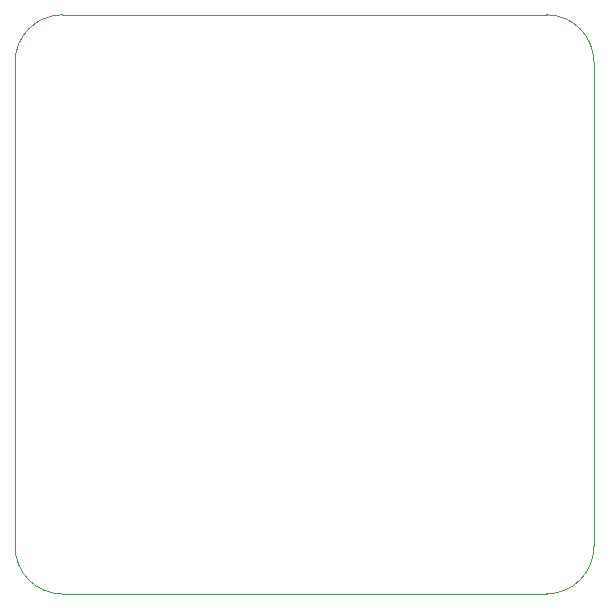
<source format=gbr>
G04 #@! TF.FileFunction,Profile,NP*
%FSLAX46Y46*%
G04 Gerber Fmt 4.6, Leading zero omitted, Abs format (unit mm)*
G04 Created by KiCad (PCBNEW (after 2015-mar-04 BZR unknown)-product) date 4/17/2017 8:10:34 AM*
%MOMM*%
G01*
G04 APERTURE LIST*
%ADD10C,0.150000*%
%ADD11C,0.100000*%
G04 APERTURE END LIST*
D10*
D11*
X0Y-4000000D02*
X0Y-45000000D01*
X45000000Y0D02*
X4000000Y0D01*
X49000000Y-45000000D02*
X49000000Y-4000000D01*
X4000000Y-49000000D02*
X45000000Y-49000000D01*
X0Y-45030000D02*
G75*
G03X4000000Y-49030000I4000000J0D01*
G01*
X45000000Y-49030000D02*
G75*
G03X49000000Y-45030000I0J4000000D01*
G01*
X49000000Y-4000000D02*
G75*
G03X45000000Y0I-4000000J0D01*
G01*
X4000000Y0D02*
G75*
G03X0Y-4000000I0J-4000000D01*
G01*
M02*

</source>
